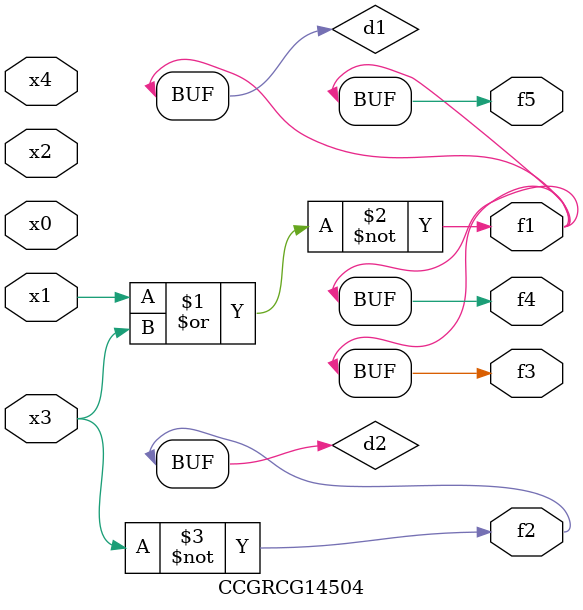
<source format=v>
module CCGRCG14504(
	input x0, x1, x2, x3, x4,
	output f1, f2, f3, f4, f5
);

	wire d1, d2;

	nor (d1, x1, x3);
	not (d2, x3);
	assign f1 = d1;
	assign f2 = d2;
	assign f3 = d1;
	assign f4 = d1;
	assign f5 = d1;
endmodule

</source>
